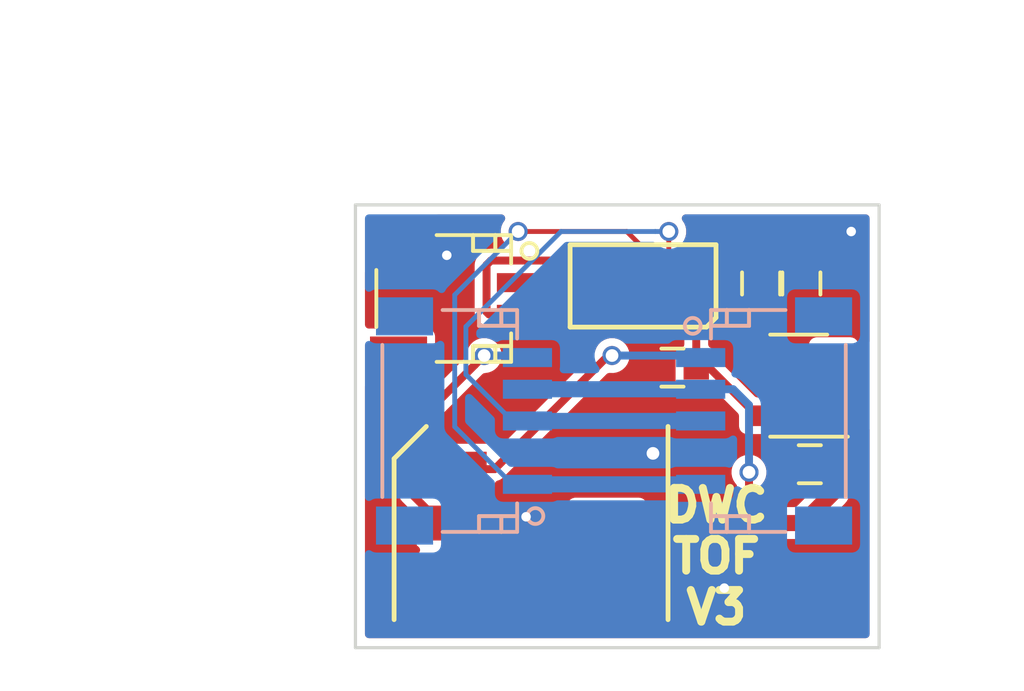
<source format=kicad_pcb>
(kicad_pcb (version 4) (host pcbnew 4.0.7)

  (general
    (links 0)
    (no_connects 4)
    (area 130.514288 93.1 162.145 114.491)
    (thickness 1.6)
    (drawings 7)
    (tracks 81)
    (zones 0)
    (modules 14)
    (nets 10)
  )

  (page A4)
  (layers
    (0 F.Cu signal)
    (31 B.Cu signal)
    (32 B.Adhes user)
    (33 F.Adhes user)
    (34 B.Paste user)
    (35 F.Paste user)
    (36 B.SilkS user)
    (37 F.SilkS user)
    (38 B.Mask user)
    (39 F.Mask user)
    (40 Dwgs.User user)
    (41 Cmts.User user)
    (42 Eco1.User user)
    (43 Eco2.User user)
    (44 Edge.Cuts user)
    (45 Margin user)
    (46 B.CrtYd user)
    (47 F.CrtYd user)
    (48 B.Fab user)
    (49 F.Fab user)
  )

  (setup
    (last_trace_width 0.508)
    (user_trace_width 0.1524)
    (user_trace_width 0.254)
    (user_trace_width 0.508)
    (user_trace_width 2.032)
    (trace_clearance 0.2)
    (zone_clearance 0.25)
    (zone_45_only no)
    (trace_min 0.1524)
    (segment_width 0.2)
    (edge_width 0.1)
    (via_size 0.6)
    (via_drill 0.4)
    (via_min_size 0.4)
    (via_min_drill 0.3)
    (uvia_size 0.3)
    (uvia_drill 0.1)
    (uvias_allowed no)
    (uvia_min_size 0)
    (uvia_min_drill 0)
    (pcb_text_width 0.3)
    (pcb_text_size 1.5 1.5)
    (mod_edge_width 0.15)
    (mod_text_size 1 1)
    (mod_text_width 0.15)
    (pad_size 0.6 0.6)
    (pad_drill 0.3)
    (pad_to_mask_clearance 0)
    (aux_axis_origin 0 0)
    (grid_origin 151.6 101.4)
    (visible_elements FFFFFF7F)
    (pcbplotparams
      (layerselection 0x010f0_80000001)
      (usegerberextensions true)
      (excludeedgelayer true)
      (linewidth 0.100000)
      (plotframeref false)
      (viasonmask false)
      (mode 1)
      (useauxorigin false)
      (hpglpennumber 1)
      (hpglpenspeed 20)
      (hpglpendiameter 15)
      (hpglpenoverlay 2)
      (psnegative false)
      (psa4output false)
      (plotreference true)
      (plotvalue false)
      (plotinvisibletext false)
      (padsonsilk false)
      (subtractmaskfromsilk false)
      (outputformat 1)
      (mirror false)
      (drillshape 0)
      (scaleselection 1)
      (outputdirectory gerber-TOF/))
  )

  (net 0 "")
  (net 1 GND)
  (net 2 "Net-(J1-Pad1)")
  (net 3 "Net-(J1-Pad2)")
  (net 4 +2V8)
  (net 5 "Net-(J2-Pad3)")
  (net 6 "Net-(J2-Pad1)")
  (net 7 +BATT)
  (net 8 /DI)
  (net 9 /DO)

  (net_class Default "This is the default net class."
    (clearance 0.2)
    (trace_width 0.25)
    (via_dia 0.6)
    (via_drill 0.4)
    (uvia_dia 0.3)
    (uvia_drill 0.1)
    (add_net +2V8)
    (add_net +BATT)
    (add_net /DI)
    (add_net /DO)
    (add_net GND)
    (add_net "Net-(J1-Pad1)")
    (add_net "Net-(J1-Pad2)")
    (add_net "Net-(J2-Pad1)")
    (add_net "Net-(J2-Pad3)")
  )

  (module footprints:via (layer F.Cu) (tedit 59EDACEE) (tstamp 59EDB12F)
    (at 156.6 99.9)
    (fp_text reference REF** (at 0 0.5) (layer F.SilkS) hide
      (effects (font (size 1 1) (thickness 0.15)))
    )
    (fp_text value via (at 0 -0.5) (layer F.Fab) hide
      (effects (font (size 1 1) (thickness 0.15)))
    )
    (pad 1 thru_hole circle (at 0 0) (size 0.6 0.6) (drill 0.3) (layers *.Cu *.Mask)
      (net 1 GND))
  )

  (module footprints:via (layer F.Cu) (tedit 59EDACEE) (tstamp 59EDB12A)
    (at 143.85 100.65)
    (fp_text reference REF** (at 0 0.5) (layer F.SilkS) hide
      (effects (font (size 1 1) (thickness 0.15)))
    )
    (fp_text value via (at 0 -0.5) (layer F.Fab) hide
      (effects (font (size 1 1) (thickness 0.15)))
    )
    (pad 1 thru_hole circle (at 0 0) (size 0.6 0.6) (drill 0.3) (layers *.Cu *.Mask)
      (net 1 GND))
  )

  (module footprints:via (layer F.Cu) (tedit 59EDACEE) (tstamp 59EDB125)
    (at 152.6 111.15)
    (fp_text reference REF** (at 0 0.5) (layer F.SilkS) hide
      (effects (font (size 1 1) (thickness 0.15)))
    )
    (fp_text value via (at 0 -0.5) (layer F.Fab) hide
      (effects (font (size 1 1) (thickness 0.15)))
    )
    (pad 1 thru_hole circle (at 0 0) (size 0.6 0.6) (drill 0.3) (layers *.Cu *.Mask)
      (net 1 GND))
  )

  (module penguiconbadge2:LED5050 (layer F.Cu) (tedit 59EDABF8) (tstamp 59EAE2E3)
    (at 146.507 109.098)
    (path /59E3E030)
    (fp_text reference U3 (at 0.254 4.318) (layer F.SilkS) hide
      (effects (font (size 1 1) (thickness 0.15)))
    )
    (fp_text value WS2812 (at 0.508 -3.81) (layer F.Fab)
      (effects (font (size 1 1) (thickness 0.15)))
    )
    (fp_line (start -3.302 -3.048) (end -4.318 -2.032) (layer F.SilkS) (width 0.15))
    (fp_line (start -4.318 -2.032) (end -4.318 3.048) (layer F.SilkS) (width 0.15))
    (fp_line (start 4.318 3.048) (end 4.318 -3.048) (layer F.SilkS) (width 0.15))
    (pad 5 smd rect (at 2.4 0) (size 2 1.1) (layers F.Cu F.Paste F.Mask)
      (net 7 +BATT))
    (pad 2 smd rect (at -2.4 0) (size 2 1.1) (layers F.Cu F.Paste F.Mask)
      (net 8 /DI))
    (pad 4 smd rect (at 2.4 1.7) (size 2 1.1) (layers F.Cu F.Paste F.Mask))
    (pad 6 smd rect (at 2.4 -1.7) (size 2 1.1) (layers F.Cu F.Paste F.Mask)
      (net 1 GND))
    (pad 3 smd rect (at -2.4 1.7) (size 2 1.1) (layers F.Cu F.Paste F.Mask)
      (net 7 +BATT))
    (pad 1 smd rect (at -2.4 -1.7) (size 2 1.1) (layers F.Cu F.Paste F.Mask)
      (net 9 /DO))
  )

  (module Capacitors_SMD:C_0603 (layer F.Cu) (tedit 59EDADAD) (tstamp 59A6293E)
    (at 155.029 101.539 270)
    (descr "Capacitor SMD 0603, reflow soldering, AVX (see smccp.pdf)")
    (tags "capacitor 0603")
    (path /599D69DA)
    (attr smd)
    (fp_text reference C1 (at 2.4 0 270) (layer F.SilkS) hide
      (effects (font (size 1 1) (thickness 0.15)))
    )
    (fp_text value 4.7uF (at 0 1.5 270) (layer F.Fab)
      (effects (font (size 1 1) (thickness 0.15)))
    )
    (fp_text user %R (at 0 -1.5 270) (layer F.Fab)
      (effects (font (size 1 1) (thickness 0.15)))
    )
    (fp_line (start -0.8 0.4) (end -0.8 -0.4) (layer F.Fab) (width 0.1))
    (fp_line (start 0.8 0.4) (end -0.8 0.4) (layer F.Fab) (width 0.1))
    (fp_line (start 0.8 -0.4) (end 0.8 0.4) (layer F.Fab) (width 0.1))
    (fp_line (start -0.8 -0.4) (end 0.8 -0.4) (layer F.Fab) (width 0.1))
    (fp_line (start -0.35 -0.6) (end 0.35 -0.6) (layer F.SilkS) (width 0.12))
    (fp_line (start 0.35 0.6) (end -0.35 0.6) (layer F.SilkS) (width 0.12))
    (fp_line (start -1.4 -0.65) (end 1.4 -0.65) (layer F.CrtYd) (width 0.05))
    (fp_line (start -1.4 -0.65) (end -1.4 0.65) (layer F.CrtYd) (width 0.05))
    (fp_line (start 1.4 0.65) (end 1.4 -0.65) (layer F.CrtYd) (width 0.05))
    (fp_line (start 1.4 0.65) (end -1.4 0.65) (layer F.CrtYd) (width 0.05))
    (pad 1 smd rect (at -0.75 0 270) (size 0.8 0.75) (layers F.Cu F.Paste F.Mask)
      (net 4 +2V8))
    (pad 2 smd rect (at 0.75 0 270) (size 0.8 0.75) (layers F.Cu F.Paste F.Mask)
      (net 1 GND))
    (model Capacitors_SMD.3dshapes/C_0603.wrl
      (at (xyz 0 0 0))
      (scale (xyz 1 1 1))
      (rotate (xyz 0 0 0))
    )
  )

  (module Capacitors_SMD:C_0603 (layer F.Cu) (tedit 59EDADAA) (tstamp 59A62944)
    (at 153.759 101.539 270)
    (descr "Capacitor SMD 0603, reflow soldering, AVX (see smccp.pdf)")
    (tags "capacitor 0603")
    (path /599D697C)
    (attr smd)
    (fp_text reference C2 (at 2.54 0 270) (layer F.SilkS) hide
      (effects (font (size 1 1) (thickness 0.15)))
    )
    (fp_text value 100nF (at 0 1.5 270) (layer F.Fab)
      (effects (font (size 1 1) (thickness 0.15)))
    )
    (fp_text user %R (at 0 -1.5 270) (layer F.Fab)
      (effects (font (size 1 1) (thickness 0.15)))
    )
    (fp_line (start -0.8 0.4) (end -0.8 -0.4) (layer F.Fab) (width 0.1))
    (fp_line (start 0.8 0.4) (end -0.8 0.4) (layer F.Fab) (width 0.1))
    (fp_line (start 0.8 -0.4) (end 0.8 0.4) (layer F.Fab) (width 0.1))
    (fp_line (start -0.8 -0.4) (end 0.8 -0.4) (layer F.Fab) (width 0.1))
    (fp_line (start -0.35 -0.6) (end 0.35 -0.6) (layer F.SilkS) (width 0.12))
    (fp_line (start 0.35 0.6) (end -0.35 0.6) (layer F.SilkS) (width 0.12))
    (fp_line (start -1.4 -0.65) (end 1.4 -0.65) (layer F.CrtYd) (width 0.05))
    (fp_line (start -1.4 -0.65) (end -1.4 0.65) (layer F.CrtYd) (width 0.05))
    (fp_line (start 1.4 0.65) (end 1.4 -0.65) (layer F.CrtYd) (width 0.05))
    (fp_line (start 1.4 0.65) (end -1.4 0.65) (layer F.CrtYd) (width 0.05))
    (pad 1 smd rect (at -0.75 0 270) (size 0.8 0.75) (layers F.Cu F.Paste F.Mask)
      (net 4 +2V8))
    (pad 2 smd rect (at 0.75 0 270) (size 0.8 0.75) (layers F.Cu F.Paste F.Mask)
      (net 1 GND))
    (model Capacitors_SMD.3dshapes/C_0603.wrl
      (at (xyz 0 0 0))
      (scale (xyz 1 1 1))
      (rotate (xyz 0 0 0))
    )
  )

  (module _sensors:VL53L0X (layer F.Cu) (tedit 57CEB927) (tstamp 59A62999)
    (at 150.038 101.616)
    (descr VL53L0X)
    (tags "TOF distance sensor")
    (path /599D5E69)
    (fp_text reference U1 (at 0 0) (layer F.SilkS) hide
      (effects (font (size 0.5 0.5) (thickness 0.125)))
    )
    (fp_text value VL53L0X (at 0 0) (layer F.Fab) hide
      (effects (font (size 0.5 0.5) (thickness 0.125)))
    )
    (fp_line (start 2.3 1) (end 2 1.3) (layer F.SilkS) (width 0.15))
    (fp_line (start 2 1.3) (end -2.3 1.3) (layer F.SilkS) (width 0.15))
    (fp_line (start 2.3 -1.3) (end 2.3 1) (layer F.SilkS) (width 0.15))
    (fp_line (start -2.3 -1.3) (end -2.3 1.3) (layer F.SilkS) (width 0.15))
    (fp_line (start 2.3 -1.3) (end -2.3 -1.3) (layer F.SilkS) (width 0.15))
    (pad 1 smd rect (at 1.6 0.8) (size 0.5 0.5) (layers F.Cu F.Paste F.Mask)
      (net 4 +2V8))
    (pad 2 smd rect (at 0.8 0.8) (size 0.5 0.5) (layers F.Cu F.Paste F.Mask)
      (net 1 GND))
    (pad 3 smd rect (at 0 0.8) (size 0.5 0.5) (layers F.Cu F.Paste F.Mask)
      (net 1 GND))
    (pad 5 smd rect (at -1.6 0.8) (size 0.5 0.5) (layers F.Cu F.Paste F.Mask)
      (net 2 "Net-(J1-Pad1)"))
    (pad 4 smd rect (at -0.8 0.8) (size 0.5 0.5) (layers F.Cu F.Paste F.Mask)
      (net 1 GND))
    (pad 6 smd rect (at -1.6 0) (size 0.5 0.5) (layers F.Cu F.Paste F.Mask)
      (net 1 GND))
    (pad 11 smd rect (at 1.6 -0.8) (size 0.5 0.5) (layers F.Cu F.Paste F.Mask)
      (net 4 +2V8))
    (pad 10 smd rect (at 0.8 -0.8) (size 0.5 0.5) (layers F.Cu F.Paste F.Mask)
      (net 5 "Net-(J2-Pad3)"))
    (pad 9 smd rect (at 0 -0.8) (size 0.5 0.5) (layers F.Cu F.Paste F.Mask)
      (net 6 "Net-(J2-Pad1)"))
    (pad 8 smd rect (at -0.8 -0.8) (size 0.5 0.5) (layers F.Cu F.Paste F.Mask))
    (pad 7 smd rect (at -1.6 -0.8) (size 0.5 0.5) (layers F.Cu F.Paste F.Mask)
      (net 3 "Net-(J1-Pad2)"))
    (pad 12 smd rect (at 1.6 0) (size 0.5 0.5) (layers F.Cu F.Paste F.Mask)
      (net 1 GND))
    (model ${KIPRJMOD}/kicad-lib/3Dmodels/Sensors/ST-VL53L0X.wrl
      (at (xyz 0 0 0))
      (scale (xyz 0.393701 0.393701 0.393701))
      (rotate (xyz 0 0 0))
    )
  )

  (module Capacitors_SMD:C_0603 (layer F.Cu) (tedit 59EDADA3) (tstamp 59EAE452)
    (at 155.295 107.242 180)
    (descr "Capacitor SMD 0603, reflow soldering, AVX (see smccp.pdf)")
    (tags "capacitor 0603")
    (path /59A27ACB)
    (attr smd)
    (fp_text reference C3 (at 0 -1.5 180) (layer F.SilkS) hide
      (effects (font (size 1 1) (thickness 0.15)))
    )
    (fp_text value 10uF (at 0 1.5 180) (layer F.Fab)
      (effects (font (size 1 1) (thickness 0.15)))
    )
    (fp_text user %R (at 0 -1.5 180) (layer F.Fab)
      (effects (font (size 1 1) (thickness 0.15)))
    )
    (fp_line (start -0.8 0.4) (end -0.8 -0.4) (layer F.Fab) (width 0.1))
    (fp_line (start 0.8 0.4) (end -0.8 0.4) (layer F.Fab) (width 0.1))
    (fp_line (start 0.8 -0.4) (end 0.8 0.4) (layer F.Fab) (width 0.1))
    (fp_line (start -0.8 -0.4) (end 0.8 -0.4) (layer F.Fab) (width 0.1))
    (fp_line (start -0.35 -0.6) (end 0.35 -0.6) (layer F.SilkS) (width 0.12))
    (fp_line (start 0.35 0.6) (end -0.35 0.6) (layer F.SilkS) (width 0.12))
    (fp_line (start -1.4 -0.65) (end 1.4 -0.65) (layer F.CrtYd) (width 0.05))
    (fp_line (start -1.4 -0.65) (end -1.4 0.65) (layer F.CrtYd) (width 0.05))
    (fp_line (start 1.4 0.65) (end 1.4 -0.65) (layer F.CrtYd) (width 0.05))
    (fp_line (start 1.4 0.65) (end -1.4 0.65) (layer F.CrtYd) (width 0.05))
    (pad 1 smd rect (at -0.75 0 180) (size 0.8 0.75) (layers F.Cu F.Paste F.Mask)
      (net 7 +BATT))
    (pad 2 smd rect (at 0.75 0 180) (size 0.8 0.75) (layers F.Cu F.Paste F.Mask)
      (net 1 GND))
    (model Capacitors_SMD.3dshapes/C_0603.wrl
      (at (xyz 0 0 0))
      (scale (xyz 1 1 1))
      (rotate (xyz 0 0 0))
    )
  )

  (module Capacitors_SMD:C_0603 (layer F.Cu) (tedit 59EDADB1) (tstamp 59EAE463)
    (at 150.965 104.194 180)
    (descr "Capacitor SMD 0603, reflow soldering, AVX (see smccp.pdf)")
    (tags "capacitor 0603")
    (path /59A27B37)
    (attr smd)
    (fp_text reference C4 (at 0 -1.5 180) (layer F.SilkS) hide
      (effects (font (size 1 1) (thickness 0.15)))
    )
    (fp_text value 10uF (at 0 1.5 180) (layer F.Fab)
      (effects (font (size 1 1) (thickness 0.15)))
    )
    (fp_text user %R (at 0 -1.5 180) (layer F.Fab)
      (effects (font (size 1 1) (thickness 0.15)))
    )
    (fp_line (start -0.8 0.4) (end -0.8 -0.4) (layer F.Fab) (width 0.1))
    (fp_line (start 0.8 0.4) (end -0.8 0.4) (layer F.Fab) (width 0.1))
    (fp_line (start 0.8 -0.4) (end 0.8 0.4) (layer F.Fab) (width 0.1))
    (fp_line (start -0.8 -0.4) (end 0.8 -0.4) (layer F.Fab) (width 0.1))
    (fp_line (start -0.35 -0.6) (end 0.35 -0.6) (layer F.SilkS) (width 0.12))
    (fp_line (start 0.35 0.6) (end -0.35 0.6) (layer F.SilkS) (width 0.12))
    (fp_line (start -1.4 -0.65) (end 1.4 -0.65) (layer F.CrtYd) (width 0.05))
    (fp_line (start -1.4 -0.65) (end -1.4 0.65) (layer F.CrtYd) (width 0.05))
    (fp_line (start 1.4 0.65) (end 1.4 -0.65) (layer F.CrtYd) (width 0.05))
    (fp_line (start 1.4 0.65) (end -1.4 0.65) (layer F.CrtYd) (width 0.05))
    (pad 1 smd rect (at -0.75 0 180) (size 0.8 0.75) (layers F.Cu F.Paste F.Mask)
      (net 4 +2V8))
    (pad 2 smd rect (at 0.75 0 180) (size 0.8 0.75) (layers F.Cu F.Paste F.Mask)
      (net 1 GND))
    (model Capacitors_SMD.3dshapes/C_0603.wrl
      (at (xyz 0 0 0))
      (scale (xyz 1 1 1))
      (rotate (xyz 0 0 0))
    )
  )

  (module Connectors_JST:JST_SH_SM02B-SRSS-TB_02x1.00mm_Angled (layer F.Cu) (tedit 59EDADB8) (tstamp 59EAE48D)
    (at 144.2665 102.013 270)
    (descr http://www.jst-mfg.com/product/pdf/eng/eSH.pdf)
    (tags "connector jst sh")
    (path /59EAEB39)
    (attr smd)
    (fp_text reference J1 (at -0.5 -4 270) (layer F.SilkS) hide
      (effects (font (size 1 1) (thickness 0.15)))
    )
    (fp_text value Conn_01x02 (at 0 4.5 270) (layer F.Fab)
      (effects (font (size 1 1) (thickness 0.15)))
    )
    (fp_circle (center -1.5 -2.1875) (end -1.25 -2.1875) (layer F.SilkS) (width 0.12))
    (fp_line (start -0.9 2.6375) (end 0.9 2.6375) (layer F.SilkS) (width 0.12))
    (fp_line (start -2 0.7375) (end -2 -1.6125) (layer F.SilkS) (width 0.12))
    (fp_line (start -2 -1.6125) (end -1.1 -1.6125) (layer F.SilkS) (width 0.12))
    (fp_line (start -1.5 -1.6125) (end -1.5 -0.4125) (layer F.SilkS) (width 0.12))
    (fp_line (start -1.5 -0.4125) (end -1.5 -0.4125) (layer F.SilkS) (width 0.12))
    (fp_line (start -1.5 -0.4125) (end -1.5 -1.6125) (layer F.SilkS) (width 0.12))
    (fp_line (start -1.5 -1.6125) (end -1.5 -1.6125) (layer F.SilkS) (width 0.12))
    (fp_line (start -1.5 -1.1125) (end -1.5 -1.1125) (layer F.SilkS) (width 0.12))
    (fp_line (start -1.5 -1.1125) (end -2 -1.1125) (layer F.SilkS) (width 0.12))
    (fp_line (start -2 -1.1125) (end -2 -1.1125) (layer F.SilkS) (width 0.12))
    (fp_line (start -2 -1.1125) (end -1.5 -1.1125) (layer F.SilkS) (width 0.12))
    (fp_line (start -1.5 -0.4125) (end -1.5 -0.4125) (layer F.SilkS) (width 0.12))
    (fp_line (start -1.5 -0.4125) (end -2 -0.4125) (layer F.SilkS) (width 0.12))
    (fp_line (start -2 -0.4125) (end -2 -0.4125) (layer F.SilkS) (width 0.12))
    (fp_line (start -2 -0.4125) (end -1.5 -0.4125) (layer F.SilkS) (width 0.12))
    (fp_line (start 2 0.7375) (end 2 -1.6125) (layer F.SilkS) (width 0.12))
    (fp_line (start 2 -1.6125) (end 1.1 -1.6125) (layer F.SilkS) (width 0.12))
    (fp_line (start 1.5 -1.6125) (end 1.5 -0.4125) (layer F.SilkS) (width 0.12))
    (fp_line (start 1.5 -0.4125) (end 1.5 -0.4125) (layer F.SilkS) (width 0.12))
    (fp_line (start 1.5 -0.4125) (end 1.5 -1.6125) (layer F.SilkS) (width 0.12))
    (fp_line (start 1.5 -1.6125) (end 1.5 -1.6125) (layer F.SilkS) (width 0.12))
    (fp_line (start 1.5 -1.1125) (end 1.5 -1.1125) (layer F.SilkS) (width 0.12))
    (fp_line (start 1.5 -1.1125) (end 2 -1.1125) (layer F.SilkS) (width 0.12))
    (fp_line (start 2 -1.1125) (end 2 -1.1125) (layer F.SilkS) (width 0.12))
    (fp_line (start 2 -1.1125) (end 1.5 -1.1125) (layer F.SilkS) (width 0.12))
    (fp_line (start 1.5 -0.4125) (end 1.5 -0.4125) (layer F.SilkS) (width 0.12))
    (fp_line (start 1.5 -0.4125) (end 2 -0.4125) (layer F.SilkS) (width 0.12))
    (fp_line (start 2 -0.4125) (end 2 -0.4125) (layer F.SilkS) (width 0.12))
    (fp_line (start 2 -0.4125) (end 1.5 -0.4125) (layer F.SilkS) (width 0.12))
    (fp_line (start -2.9 3.35) (end -2.9 -3.25) (layer F.CrtYd) (width 0.05))
    (fp_line (start -2.9 -3.25) (end 2.9 -3.25) (layer F.CrtYd) (width 0.05))
    (fp_line (start 2.9 -3.25) (end 2.9 3.35) (layer F.CrtYd) (width 0.05))
    (fp_line (start 2.9 3.35) (end -2.9 3.35) (layer F.CrtYd) (width 0.05))
    (pad 1 smd rect (at -0.5 -1.9375 270) (size 0.6 1.55) (layers F.Cu F.Paste F.Mask)
      (net 2 "Net-(J1-Pad1)"))
    (pad 2 smd rect (at 0.5 -1.9375 270) (size 0.6 1.55) (layers F.Cu F.Paste F.Mask)
      (net 3 "Net-(J1-Pad2)"))
    (pad "" smd rect (at -1.8 1.9375 270) (size 1.2 1.8) (layers F.Cu F.Paste F.Mask))
    (pad "" smd rect (at 1.8 1.9375 270) (size 1.2 1.8) (layers F.Cu F.Paste F.Mask))
  )

  (module Connectors_JST:JST_SH_SM05B-SRSS-TB_05x1.00mm_Angled (layer B.Cu) (tedit 59EDADD8) (tstamp 59EAE4BA)
    (at 144.4555 105.877 90)
    (descr http://www.jst-mfg.com/product/pdf/eng/eSH.pdf)
    (tags "connector jst sh")
    (path /59EB1210)
    (attr smd)
    (fp_text reference J2 (at -2 4 90) (layer B.SilkS) hide
      (effects (font (size 1 1) (thickness 0.15)) (justify mirror))
    )
    (fp_text value Conn_01x05 (at 0 -4.5 90) (layer B.Fab)
      (effects (font (size 1 1) (thickness 0.15)) (justify mirror))
    )
    (fp_circle (center -3 2.1875) (end -2.75 2.1875) (layer B.SilkS) (width 0.12))
    (fp_line (start -2.4 -2.6375) (end 2.4 -2.6375) (layer B.SilkS) (width 0.12))
    (fp_line (start -3.5 -0.7375) (end -3.5 1.6125) (layer B.SilkS) (width 0.12))
    (fp_line (start -3.5 1.6125) (end -2.6 1.6125) (layer B.SilkS) (width 0.12))
    (fp_line (start -3 1.6125) (end -3 0.4125) (layer B.SilkS) (width 0.12))
    (fp_line (start -3 0.4125) (end -3 0.4125) (layer B.SilkS) (width 0.12))
    (fp_line (start -3 0.4125) (end -3 1.6125) (layer B.SilkS) (width 0.12))
    (fp_line (start -3 1.6125) (end -3 1.6125) (layer B.SilkS) (width 0.12))
    (fp_line (start -3 1.1125) (end -3 1.1125) (layer B.SilkS) (width 0.12))
    (fp_line (start -3 1.1125) (end -3.5 1.1125) (layer B.SilkS) (width 0.12))
    (fp_line (start -3.5 1.1125) (end -3.5 1.1125) (layer B.SilkS) (width 0.12))
    (fp_line (start -3.5 1.1125) (end -3 1.1125) (layer B.SilkS) (width 0.12))
    (fp_line (start -3 0.4125) (end -3 0.4125) (layer B.SilkS) (width 0.12))
    (fp_line (start -3 0.4125) (end -3.5 0.4125) (layer B.SilkS) (width 0.12))
    (fp_line (start -3.5 0.4125) (end -3.5 0.4125) (layer B.SilkS) (width 0.12))
    (fp_line (start -3.5 0.4125) (end -3 0.4125) (layer B.SilkS) (width 0.12))
    (fp_line (start 3.5 -0.7375) (end 3.5 1.6125) (layer B.SilkS) (width 0.12))
    (fp_line (start 3.5 1.6125) (end 2.6 1.6125) (layer B.SilkS) (width 0.12))
    (fp_line (start 3 1.6125) (end 3 0.4125) (layer B.SilkS) (width 0.12))
    (fp_line (start 3 0.4125) (end 3 0.4125) (layer B.SilkS) (width 0.12))
    (fp_line (start 3 0.4125) (end 3 1.6125) (layer B.SilkS) (width 0.12))
    (fp_line (start 3 1.6125) (end 3 1.6125) (layer B.SilkS) (width 0.12))
    (fp_line (start 3 1.1125) (end 3 1.1125) (layer B.SilkS) (width 0.12))
    (fp_line (start 3 1.1125) (end 3.5 1.1125) (layer B.SilkS) (width 0.12))
    (fp_line (start 3.5 1.1125) (end 3.5 1.1125) (layer B.SilkS) (width 0.12))
    (fp_line (start 3.5 1.1125) (end 3 1.1125) (layer B.SilkS) (width 0.12))
    (fp_line (start 3 0.4125) (end 3 0.4125) (layer B.SilkS) (width 0.12))
    (fp_line (start 3 0.4125) (end 3.5 0.4125) (layer B.SilkS) (width 0.12))
    (fp_line (start 3.5 0.4125) (end 3.5 0.4125) (layer B.SilkS) (width 0.12))
    (fp_line (start 3.5 0.4125) (end 3 0.4125) (layer B.SilkS) (width 0.12))
    (fp_line (start -4.4 -3.35) (end -4.4 3.25) (layer B.CrtYd) (width 0.05))
    (fp_line (start -4.4 3.25) (end 4.4 3.25) (layer B.CrtYd) (width 0.05))
    (fp_line (start 4.4 3.25) (end 4.4 -3.35) (layer B.CrtYd) (width 0.05))
    (fp_line (start 4.4 -3.35) (end -4.4 -3.35) (layer B.CrtYd) (width 0.05))
    (pad 1 smd rect (at -2 1.9375 90) (size 0.6 1.55) (layers B.Cu B.Paste B.Mask)
      (net 6 "Net-(J2-Pad1)"))
    (pad 2 smd rect (at -1 1.9375 90) (size 0.6 1.55) (layers B.Cu B.Paste B.Mask)
      (net 1 GND))
    (pad 3 smd rect (at 0 1.9375 90) (size 0.6 1.55) (layers B.Cu B.Paste B.Mask)
      (net 5 "Net-(J2-Pad3)"))
    (pad 4 smd rect (at 1 1.9375 90) (size 0.6 1.55) (layers B.Cu B.Paste B.Mask)
      (net 7 +BATT))
    (pad 5 smd rect (at 2 1.9375 90) (size 0.6 1.55) (layers B.Cu B.Paste B.Mask)
      (net 8 /DI))
    (pad "" smd rect (at -3.3 -1.9375 90) (size 1.2 1.8) (layers B.Cu B.Paste B.Mask))
    (pad "" smd rect (at 3.3 -1.9375 90) (size 1.2 1.8) (layers B.Cu B.Paste B.Mask))
  )

  (module Connectors_JST:JST_SH_SM05B-SRSS-TB_05x1.00mm_Angled (layer B.Cu) (tedit 59EDADD4) (tstamp 59EAE4E7)
    (at 153.7915 105.877 270)
    (descr http://www.jst-mfg.com/product/pdf/eng/eSH.pdf)
    (tags "connector jst sh")
    (path /59EB41F8)
    (attr smd)
    (fp_text reference J3 (at -2 4 270) (layer B.SilkS) hide
      (effects (font (size 1 1) (thickness 0.15)) (justify mirror))
    )
    (fp_text value Conn_01x05 (at 0 -4.5 270) (layer B.Fab)
      (effects (font (size 1 1) (thickness 0.15)) (justify mirror))
    )
    (fp_circle (center -3 2.1875) (end -2.75 2.1875) (layer B.SilkS) (width 0.12))
    (fp_line (start -2.4 -2.6375) (end 2.4 -2.6375) (layer B.SilkS) (width 0.12))
    (fp_line (start -3.5 -0.7375) (end -3.5 1.6125) (layer B.SilkS) (width 0.12))
    (fp_line (start -3.5 1.6125) (end -2.6 1.6125) (layer B.SilkS) (width 0.12))
    (fp_line (start -3 1.6125) (end -3 0.4125) (layer B.SilkS) (width 0.12))
    (fp_line (start -3 0.4125) (end -3 0.4125) (layer B.SilkS) (width 0.12))
    (fp_line (start -3 0.4125) (end -3 1.6125) (layer B.SilkS) (width 0.12))
    (fp_line (start -3 1.6125) (end -3 1.6125) (layer B.SilkS) (width 0.12))
    (fp_line (start -3 1.1125) (end -3 1.1125) (layer B.SilkS) (width 0.12))
    (fp_line (start -3 1.1125) (end -3.5 1.1125) (layer B.SilkS) (width 0.12))
    (fp_line (start -3.5 1.1125) (end -3.5 1.1125) (layer B.SilkS) (width 0.12))
    (fp_line (start -3.5 1.1125) (end -3 1.1125) (layer B.SilkS) (width 0.12))
    (fp_line (start -3 0.4125) (end -3 0.4125) (layer B.SilkS) (width 0.12))
    (fp_line (start -3 0.4125) (end -3.5 0.4125) (layer B.SilkS) (width 0.12))
    (fp_line (start -3.5 0.4125) (end -3.5 0.4125) (layer B.SilkS) (width 0.12))
    (fp_line (start -3.5 0.4125) (end -3 0.4125) (layer B.SilkS) (width 0.12))
    (fp_line (start 3.5 -0.7375) (end 3.5 1.6125) (layer B.SilkS) (width 0.12))
    (fp_line (start 3.5 1.6125) (end 2.6 1.6125) (layer B.SilkS) (width 0.12))
    (fp_line (start 3 1.6125) (end 3 0.4125) (layer B.SilkS) (width 0.12))
    (fp_line (start 3 0.4125) (end 3 0.4125) (layer B.SilkS) (width 0.12))
    (fp_line (start 3 0.4125) (end 3 1.6125) (layer B.SilkS) (width 0.12))
    (fp_line (start 3 1.6125) (end 3 1.6125) (layer B.SilkS) (width 0.12))
    (fp_line (start 3 1.1125) (end 3 1.1125) (layer B.SilkS) (width 0.12))
    (fp_line (start 3 1.1125) (end 3.5 1.1125) (layer B.SilkS) (width 0.12))
    (fp_line (start 3.5 1.1125) (end 3.5 1.1125) (layer B.SilkS) (width 0.12))
    (fp_line (start 3.5 1.1125) (end 3 1.1125) (layer B.SilkS) (width 0.12))
    (fp_line (start 3 0.4125) (end 3 0.4125) (layer B.SilkS) (width 0.12))
    (fp_line (start 3 0.4125) (end 3.5 0.4125) (layer B.SilkS) (width 0.12))
    (fp_line (start 3.5 0.4125) (end 3.5 0.4125) (layer B.SilkS) (width 0.12))
    (fp_line (start 3.5 0.4125) (end 3 0.4125) (layer B.SilkS) (width 0.12))
    (fp_line (start -4.4 -3.35) (end -4.4 3.25) (layer B.CrtYd) (width 0.05))
    (fp_line (start -4.4 3.25) (end 4.4 3.25) (layer B.CrtYd) (width 0.05))
    (fp_line (start 4.4 3.25) (end 4.4 -3.35) (layer B.CrtYd) (width 0.05))
    (fp_line (start 4.4 -3.35) (end -4.4 -3.35) (layer B.CrtYd) (width 0.05))
    (pad 1 smd rect (at -2 1.9375 270) (size 0.6 1.55) (layers B.Cu B.Paste B.Mask)
      (net 9 /DO))
    (pad 2 smd rect (at -1 1.9375 270) (size 0.6 1.55) (layers B.Cu B.Paste B.Mask)
      (net 7 +BATT))
    (pad 3 smd rect (at 0 1.9375 270) (size 0.6 1.55) (layers B.Cu B.Paste B.Mask)
      (net 5 "Net-(J2-Pad3)"))
    (pad 4 smd rect (at 1 1.9375 270) (size 0.6 1.55) (layers B.Cu B.Paste B.Mask)
      (net 1 GND))
    (pad 5 smd rect (at 2 1.9375 270) (size 0.6 1.55) (layers B.Cu B.Paste B.Mask)
      (net 6 "Net-(J2-Pad1)"))
    (pad "" smd rect (at -3.3 -1.9375 270) (size 1.2 1.8) (layers B.Cu B.Paste B.Mask))
    (pad "" smd rect (at 3.3 -1.9375 270) (size 1.2 1.8) (layers B.Cu B.Paste B.Mask))
  )

  (module TO_SOT_Packages_SMD:SOT-23-5 (layer F.Cu) (tedit 59EDADA6) (tstamp 59EAE4FC)
    (at 154.945 104.763 180)
    (descr "5-pin SOT23 package")
    (tags SOT-23-5)
    (path /59A26041)
    (attr smd)
    (fp_text reference U2 (at 0 -6.637 180) (layer F.SilkS) hide
      (effects (font (size 1 1) (thickness 0.15)))
    )
    (fp_text value AP2125K-2.8TRG1 (at 0 2.9 180) (layer F.Fab)
      (effects (font (size 1 1) (thickness 0.15)))
    )
    (fp_text user %R (at 0 0 270) (layer F.Fab)
      (effects (font (size 0.5 0.5) (thickness 0.075)))
    )
    (fp_line (start -0.9 1.61) (end 0.9 1.61) (layer F.SilkS) (width 0.12))
    (fp_line (start 0.9 -1.61) (end -1.55 -1.61) (layer F.SilkS) (width 0.12))
    (fp_line (start -1.9 -1.8) (end 1.9 -1.8) (layer F.CrtYd) (width 0.05))
    (fp_line (start 1.9 -1.8) (end 1.9 1.8) (layer F.CrtYd) (width 0.05))
    (fp_line (start 1.9 1.8) (end -1.9 1.8) (layer F.CrtYd) (width 0.05))
    (fp_line (start -1.9 1.8) (end -1.9 -1.8) (layer F.CrtYd) (width 0.05))
    (fp_line (start -0.9 -0.9) (end -0.25 -1.55) (layer F.Fab) (width 0.1))
    (fp_line (start 0.9 -1.55) (end -0.25 -1.55) (layer F.Fab) (width 0.1))
    (fp_line (start -0.9 -0.9) (end -0.9 1.55) (layer F.Fab) (width 0.1))
    (fp_line (start 0.9 1.55) (end -0.9 1.55) (layer F.Fab) (width 0.1))
    (fp_line (start 0.9 -1.55) (end 0.9 1.55) (layer F.Fab) (width 0.1))
    (pad 1 smd rect (at -1.1 -0.95 180) (size 1.06 0.65) (layers F.Cu F.Paste F.Mask)
      (net 7 +BATT))
    (pad 2 smd rect (at -1.1 0 180) (size 1.06 0.65) (layers F.Cu F.Paste F.Mask)
      (net 1 GND))
    (pad 3 smd rect (at -1.1 0.95 180) (size 1.06 0.65) (layers F.Cu F.Paste F.Mask)
      (net 7 +BATT))
    (pad 4 smd rect (at 1.1 0.95 180) (size 1.06 0.65) (layers F.Cu F.Paste F.Mask))
    (pad 5 smd rect (at 1.1 -0.95 180) (size 1.06 0.65) (layers F.Cu F.Paste F.Mask)
      (net 4 +2V8))
    (model ${KISYS3DMOD}/TO_SOT_Packages_SMD.3dshapes/SOT-23-5.wrl
      (at (xyz 0 0 0))
      (scale (xyz 1 1 1))
      (rotate (xyz 0 0 0))
    )
  )

  (module footprints:via (layer F.Cu) (tedit 59EDACEE) (tstamp 59EDB11E)
    (at 146.35 108.9)
    (fp_text reference REF** (at 0 0.5) (layer F.SilkS) hide
      (effects (font (size 1 1) (thickness 0.15)))
    )
    (fp_text value via (at 0 -0.5) (layer F.Fab) hide
      (effects (font (size 1 1) (thickness 0.15)))
    )
    (pad 1 thru_hole circle (at 0 0) (size 0.6 0.6) (drill 0.3) (layers *.Cu *.Mask)
      (net 1 GND))
  )

  (gr_text "DWC\nTOF\nV3" (at 152.35 110.15) (layer F.SilkS)
    (effects (font (size 1 1) (thickness 0.25)))
  )
  (dimension 14 (width 0.3) (layer Dwgs.User)
    (gr_text "0.5512 in" (at 136.050001 106 270) (layer Dwgs.User)
      (effects (font (size 1.5 1.5) (thickness 0.3)))
    )
    (feature1 (pts (xy 140.8 113) (xy 134.700001 113)))
    (feature2 (pts (xy 140.8 99) (xy 134.700001 99)))
    (crossbar (pts (xy 137.400001 99) (xy 137.400001 113)))
    (arrow1a (pts (xy 137.400001 113) (xy 136.81358 111.873496)))
    (arrow1b (pts (xy 137.400001 113) (xy 137.986422 111.873496)))
    (arrow2a (pts (xy 137.400001 99) (xy 136.81358 100.126504)))
    (arrow2b (pts (xy 137.400001 99) (xy 137.986422 100.126504)))
  )
  (dimension 16.4 (width 0.3) (layer Dwgs.User)
    (gr_text "0.6457 in" (at 149.2 94.45) (layer Dwgs.User)
      (effects (font (size 1.5 1.5) (thickness 0.3)))
    )
    (feature1 (pts (xy 157.4 98.4) (xy 157.4 93.1)))
    (feature2 (pts (xy 141 98.4) (xy 141 93.1)))
    (crossbar (pts (xy 141 95.8) (xy 157.4 95.8)))
    (arrow1a (pts (xy 157.4 95.8) (xy 156.273496 96.386421)))
    (arrow1b (pts (xy 157.4 95.8) (xy 156.273496 95.213579)))
    (arrow2a (pts (xy 141 95.8) (xy 142.126504 96.386421)))
    (arrow2b (pts (xy 141 95.8) (xy 142.126504 95.213579)))
  )
  (gr_line (start 140.97 113.03) (end 140.97 99.06) (layer Edge.Cuts) (width 0.1))
  (gr_line (start 157.48 113.03) (end 140.97 113.03) (layer Edge.Cuts) (width 0.1))
  (gr_line (start 157.48 99.06) (end 157.48 113.03) (layer Edge.Cuts) (width 0.1))
  (gr_line (start 140.97 99.06) (end 157.48 99.06) (layer Edge.Cuts) (width 0.1))

  (segment (start 148.907 107.398) (end 149.852 107.398) (width 0.508) (layer F.Cu) (net 1))
  (segment (start 149.852 107.398) (end 150.35 106.9) (width 0.508) (layer F.Cu) (net 1))
  (via (at 150.35 106.9) (size 0.6) (drill 0.4) (layers F.Cu B.Cu) (net 1))
  (segment (start 147.663 101.947) (end 147.663 102.141) (width 0.25) (layer F.Cu) (net 2))
  (segment (start 147.663 102.141) (end 147.938 102.416) (width 0.25) (layer F.Cu) (net 2))
  (segment (start 147.938 102.416) (end 148.438 102.416) (width 0.25) (layer F.Cu) (net 2))
  (segment (start 146.204 101.513) (end 147.229 101.513) (width 0.25) (layer F.Cu) (net 2))
  (segment (start 147.229 101.513) (end 147.663 101.947) (width 0.25) (layer F.Cu) (net 2))
  (segment (start 146.204 102.513) (end 145.179 102.513) (width 0.25) (layer F.Cu) (net 3))
  (segment (start 145.179 102.513) (end 145.103999 102.437999) (width 0.25) (layer F.Cu) (net 3))
  (segment (start 145.103999 102.437999) (end 145.103999 100.952999) (width 0.25) (layer F.Cu) (net 3))
  (segment (start 145.103999 100.952999) (end 145.240998 100.816) (width 0.25) (layer F.Cu) (net 3))
  (segment (start 145.240998 100.816) (end 147.938 100.816) (width 0.25) (layer F.Cu) (net 3))
  (segment (start 147.938 100.816) (end 148.438 100.816) (width 0.25) (layer F.Cu) (net 3))
  (segment (start 153.845 105.713) (end 153.64 105.713) (width 0.25) (layer F.Cu) (net 4))
  (segment (start 153.64 105.713) (end 152.121 104.194) (width 0.25) (layer F.Cu) (net 4))
  (segment (start 152.121 104.194) (end 151.715 104.194) (width 0.25) (layer F.Cu) (net 4))
  (segment (start 153.759 100.789) (end 155.029 100.789) (width 0.25) (layer F.Cu) (net 4))
  (segment (start 151.638 100.816) (end 153.732 100.816) (width 0.25) (layer F.Cu) (net 4))
  (segment (start 153.732 100.816) (end 153.759 100.789) (width 0.25) (layer F.Cu) (net 4))
  (segment (start 151.638 102.416) (end 152.138 102.416) (width 0.25) (layer F.Cu) (net 4))
  (segment (start 152.138 100.816) (end 151.638 100.816) (width 0.25) (layer F.Cu) (net 4))
  (segment (start 152.138 102.416) (end 152.213001 102.340999) (width 0.25) (layer F.Cu) (net 4))
  (segment (start 152.213001 102.340999) (end 152.213001 100.891001) (width 0.25) (layer F.Cu) (net 4))
  (segment (start 152.213001 100.891001) (end 152.138 100.816) (width 0.25) (layer F.Cu) (net 4))
  (segment (start 151.715 104.194) (end 151.715 102.493) (width 0.25) (layer F.Cu) (net 4))
  (segment (start 151.715 102.493) (end 151.638 102.416) (width 0.25) (layer F.Cu) (net 4))
  (segment (start 150.425736 99.9) (end 150.85 99.9) (width 0.1524) (layer B.Cu) (net 5))
  (segment (start 144.452411 102.9) (end 147.452411 99.9) (width 0.1524) (layer B.Cu) (net 5))
  (segment (start 145.918 105.877) (end 144.452411 104.411411) (width 0.1524) (layer B.Cu) (net 5))
  (segment (start 147.452411 99.9) (end 150.425736 99.9) (width 0.1524) (layer B.Cu) (net 5))
  (segment (start 144.452411 104.411411) (end 144.452411 102.9) (width 0.1524) (layer B.Cu) (net 5))
  (segment (start 146.393 105.877) (end 145.918 105.877) (width 0.1524) (layer B.Cu) (net 5))
  (segment (start 150.85 99.9) (end 150.85 100.804) (width 0.1524) (layer F.Cu) (net 5))
  (segment (start 150.85 100.804) (end 150.838 100.816) (width 0.1524) (layer F.Cu) (net 5))
  (via (at 150.85 99.9) (size 0.6) (drill 0.4) (layers F.Cu B.Cu) (net 5))
  (segment (start 146.393 105.877) (end 151.854 105.877) (width 0.508) (layer B.Cu) (net 5))
  (segment (start 146.1 99.9) (end 149.5244 99.9) (width 0.1524) (layer F.Cu) (net 6))
  (segment (start 149.5244 99.9) (end 150.038 100.4136) (width 0.1524) (layer F.Cu) (net 6))
  (segment (start 150.038 100.4136) (end 150.038 100.816) (width 0.1524) (layer F.Cu) (net 6))
  (segment (start 144.1 102.15) (end 144.1 101.9) (width 0.1524) (layer B.Cu) (net 6))
  (segment (start 144.1 101.9) (end 146.1 99.9) (width 0.1524) (layer B.Cu) (net 6))
  (via (at 146.1 99.9) (size 0.6) (drill 0.4) (layers F.Cu B.Cu) (net 6))
  (segment (start 144.1 106.059) (end 144.1 102.15) (width 0.1524) (layer B.Cu) (net 6))
  (segment (start 146.393 107.877) (end 145.918 107.877) (width 0.1524) (layer B.Cu) (net 6))
  (segment (start 145.918 107.877) (end 144.1 106.059) (width 0.1524) (layer B.Cu) (net 6))
  (segment (start 146.393 107.877) (end 151.854 107.877) (width 0.508) (layer B.Cu) (net 6))
  (segment (start 144.107 110.798) (end 146.539798 110.798) (width 0.508) (layer F.Cu) (net 7))
  (segment (start 146.539798 110.798) (end 148.239798 109.098) (width 0.508) (layer F.Cu) (net 7))
  (segment (start 148.239798 109.098) (end 148.907 109.098) (width 0.508) (layer F.Cu) (net 7))
  (segment (start 151.854 104.877) (end 152.879 104.877) (width 0.25) (layer B.Cu) (net 7))
  (segment (start 152.879 104.877) (end 153.378 105.376) (width 0.25) (layer B.Cu) (net 7))
  (segment (start 153.378 105.376) (end 153.378 107.071736) (width 0.25) (layer B.Cu) (net 7))
  (segment (start 153.378 107.071736) (end 153.378 107.496) (width 0.25) (layer B.Cu) (net 7))
  (segment (start 146.393 104.877) (end 151.854 104.877) (width 0.508) (layer B.Cu) (net 7))
  (segment (start 148.907 109.098) (end 153.378 109.098) (width 0.508) (layer F.Cu) (net 7))
  (segment (start 153.378 109.098) (end 155.072 109.098) (width 0.508) (layer F.Cu) (net 7))
  (segment (start 153.378 107.496) (end 153.378 109.098) (width 0.25) (layer F.Cu) (net 7))
  (via (at 153.378 107.496) (size 0.6) (drill 0.4) (layers F.Cu B.Cu) (net 7))
  (segment (start 155.072 109.098) (end 156.045 108.125) (width 0.508) (layer F.Cu) (net 7))
  (segment (start 156.045 108.125) (end 156.045 107.242) (width 0.508) (layer F.Cu) (net 7))
  (segment (start 156.045 105.713) (end 156.825 105.713) (width 0.25) (layer F.Cu) (net 7))
  (segment (start 156.825 105.713) (end 156.900001 105.637999) (width 0.25) (layer F.Cu) (net 7))
  (segment (start 156.900001 105.637999) (end 156.900001 103.888001) (width 0.25) (layer F.Cu) (net 7))
  (segment (start 156.900001 103.888001) (end 156.825 103.813) (width 0.25) (layer F.Cu) (net 7))
  (segment (start 156.825 103.813) (end 156.045 103.813) (width 0.25) (layer F.Cu) (net 7))
  (segment (start 156.045 107.242) (end 156.045 105.713) (width 0.25) (layer F.Cu) (net 7))
  (segment (start 143.657 109.098) (end 142.71 108.151) (width 0.25) (layer F.Cu) (net 8))
  (segment (start 144.728622 104.112999) (end 145.028621 103.813) (width 0.25) (layer F.Cu) (net 8))
  (segment (start 144.107 109.098) (end 143.657 109.098) (width 0.25) (layer F.Cu) (net 8))
  (segment (start 142.71 108.151) (end 142.71 106.131621) (width 0.25) (layer F.Cu) (net 8))
  (segment (start 146.393 103.813) (end 145.028621 103.813) (width 0.25) (layer B.Cu) (net 8))
  (via (at 145.028621 103.813) (size 0.6) (drill 0.4) (layers F.Cu B.Cu) (net 8))
  (segment (start 142.71 106.131621) (end 144.728622 104.112999) (width 0.25) (layer F.Cu) (net 8))
  (segment (start 149.06 103.813) (end 151.79 103.813) (width 0.25) (layer B.Cu) (net 9))
  (segment (start 151.79 103.813) (end 151.854 103.877) (width 0.25) (layer B.Cu) (net 9))
  (segment (start 144.107 107.398) (end 145.357 107.398) (width 0.25) (layer F.Cu) (net 9))
  (segment (start 145.357 107.398) (end 148.942 103.813) (width 0.25) (layer F.Cu) (net 9))
  (segment (start 148.942 103.813) (end 149.06 103.813) (width 0.25) (layer F.Cu) (net 9))
  (via (at 149.06 103.813) (size 0.6) (drill 0.4) (layers F.Cu B.Cu) (net 9))
  (segment (start 144.107 107.398) (end 144.557 107.398) (width 0.25) (layer F.Cu) (net 9))

  (zone (net 1) (net_name GND) (layer F.Cu) (tstamp 0) (hatch edge 0.508)
    (connect_pads yes (clearance 0.25))
    (min_thickness 0.25)
    (fill yes (arc_segments 32) (thermal_gap 0.25) (thermal_bridge_width 0.25))
    (polygon
      (pts
        (xy 139.7 97.79) (xy 158.115 97.79) (xy 158.115 114.3) (xy 139.7 114.3)
      )
    )
    (filled_polygon
      (pts
        (xy 142.356447 105.778068) (xy 142.327168 105.813713) (xy 142.297443 105.849137) (xy 142.296175 105.851444) (xy 142.294508 105.853473)
        (xy 142.272701 105.894142) (xy 142.250432 105.93465) (xy 142.249637 105.937157) (xy 142.248395 105.939473) (xy 142.234893 105.983636)
        (xy 142.220926 106.027665) (xy 142.220633 106.030276) (xy 142.219864 106.032792) (xy 142.215194 106.078768) (xy 142.210049 106.12464)
        (xy 142.210013 106.129778) (xy 142.210003 106.129876) (xy 142.210012 106.129967) (xy 142.21 106.131621) (xy 142.21 108.151)
        (xy 142.214505 108.196944) (xy 142.218532 108.242976) (xy 142.219265 108.245501) (xy 142.219522 108.248117) (xy 142.232869 108.292323)
        (xy 142.245757 108.336684) (xy 142.246967 108.339019) (xy 142.247727 108.341535) (xy 142.269394 108.382285) (xy 142.290664 108.42332)
        (xy 142.292306 108.425376) (xy 142.293539 108.427696) (xy 142.322728 108.463485) (xy 142.351545 108.499582) (xy 142.355152 108.50324)
        (xy 142.355215 108.503317) (xy 142.355286 108.503376) (xy 142.356447 108.504553) (xy 142.730186 108.878292) (xy 142.730186 109.648)
        (xy 142.734948 109.707717) (xy 142.766315 109.809004) (xy 142.824657 109.897543) (xy 142.884031 109.948146) (xy 142.857457 109.965657)
        (xy 142.788678 110.046357) (xy 142.745104 110.143022) (xy 142.730186 110.248) (xy 142.730186 111.348) (xy 142.734948 111.407717)
        (xy 142.766315 111.509004) (xy 142.824657 111.597543) (xy 142.905357 111.666322) (xy 143.002022 111.709896) (xy 143.107 111.724814)
        (xy 145.107 111.724814) (xy 145.166717 111.720052) (xy 145.268004 111.688685) (xy 145.356543 111.630343) (xy 145.425322 111.549643)
        (xy 145.468896 111.452978) (xy 145.472588 111.427) (xy 146.539798 111.427) (xy 146.597672 111.421325) (xy 146.655503 111.416266)
        (xy 146.658676 111.415344) (xy 146.661971 111.415021) (xy 146.717612 111.398222) (xy 146.773389 111.382017) (xy 146.776326 111.380495)
        (xy 146.779491 111.379539) (xy 146.830747 111.352286) (xy 146.882376 111.325524) (xy 146.884964 111.323458) (xy 146.887881 111.321907)
        (xy 146.93287 111.285215) (xy 146.978315 111.248937) (xy 146.982917 111.244398) (xy 146.983013 111.24432) (xy 146.983087 111.244231)
        (xy 146.984568 111.24277) (xy 147.530186 110.697152) (xy 147.530186 111.348) (xy 147.534948 111.407717) (xy 147.566315 111.509004)
        (xy 147.624657 111.597543) (xy 147.705357 111.666322) (xy 147.802022 111.709896) (xy 147.907 111.724814) (xy 149.907 111.724814)
        (xy 149.966717 111.720052) (xy 150.068004 111.688685) (xy 150.156543 111.630343) (xy 150.225322 111.549643) (xy 150.268896 111.452978)
        (xy 150.283814 111.348) (xy 150.283814 110.248) (xy 150.279052 110.188283) (xy 150.247685 110.086996) (xy 150.189343 109.998457)
        (xy 150.129969 109.947854) (xy 150.156543 109.930343) (xy 150.225322 109.849643) (xy 150.268896 109.752978) (xy 150.272588 109.727)
        (xy 155.072 109.727) (xy 155.129874 109.721325) (xy 155.187705 109.716266) (xy 155.190878 109.715344) (xy 155.194173 109.715021)
        (xy 155.249814 109.698222) (xy 155.305591 109.682017) (xy 155.308528 109.680495) (xy 155.311693 109.679539) (xy 155.362949 109.652286)
        (xy 155.414578 109.625524) (xy 155.417166 109.623458) (xy 155.420083 109.621907) (xy 155.465072 109.585215) (xy 155.510517 109.548937)
        (xy 155.515119 109.544398) (xy 155.515215 109.54432) (xy 155.515289 109.544231) (xy 155.51677 109.54277) (xy 156.48977 108.56977)
        (xy 156.526663 108.524855) (xy 156.563996 108.480364) (xy 156.565589 108.477467) (xy 156.567689 108.47491) (xy 156.595147 108.423701)
        (xy 156.623136 108.372789) (xy 156.624136 108.369635) (xy 156.625699 108.366721) (xy 156.642674 108.311198) (xy 156.660255 108.255776)
        (xy 156.660624 108.252485) (xy 156.66159 108.249326) (xy 156.667456 108.191582) (xy 156.673939 108.133782) (xy 156.673984 108.127314)
        (xy 156.673996 108.127195) (xy 156.673986 108.127084) (xy 156.674 108.125) (xy 156.674 107.91288) (xy 156.694543 107.899343)
        (xy 156.763322 107.818643) (xy 156.806896 107.721978) (xy 156.821814 107.617) (xy 156.821814 106.867) (xy 156.817052 106.807283)
        (xy 156.785685 106.705996) (xy 156.727343 106.617457) (xy 156.646643 106.548678) (xy 156.549978 106.505104) (xy 156.545 106.504397)
        (xy 156.545 106.414814) (xy 156.575 106.414814) (xy 156.634717 106.410052) (xy 156.736004 106.378685) (xy 156.824543 106.320343)
        (xy 156.893322 106.239643) (xy 156.908858 106.205178) (xy 156.916976 106.204468) (xy 156.919501 106.203735) (xy 156.922117 106.203478)
        (xy 156.966323 106.190131) (xy 157.010684 106.177243) (xy 157.013019 106.176033) (xy 157.015535 106.175273) (xy 157.055 106.154289)
        (xy 157.055 112.605) (xy 141.395 112.605) (xy 141.395 104.784982) (xy 141.429 104.789814) (xy 143.229 104.789814)
        (xy 143.288717 104.785052) (xy 143.376714 104.757801)
      )
    )
    (filled_polygon
      (pts
        (xy 145.505631 99.573243) (xy 145.453483 99.694913) (xy 145.425961 99.824394) (xy 145.424113 99.956756) (xy 145.448009 100.086955)
        (xy 145.496739 100.210034) (xy 145.565029 100.316) (xy 145.240998 100.316) (xy 145.195046 100.320505) (xy 145.149023 100.324532)
        (xy 145.146499 100.325265) (xy 145.143881 100.325522) (xy 145.099663 100.338873) (xy 145.055314 100.351757) (xy 145.052979 100.352967)
        (xy 145.050463 100.353727) (xy 145.009692 100.375405) (xy 144.968679 100.396664) (xy 144.966624 100.398304) (xy 144.964302 100.399539)
        (xy 144.928492 100.428746) (xy 144.892416 100.457545) (xy 144.888754 100.461156) (xy 144.888681 100.461215) (xy 144.888625 100.461282)
        (xy 144.887445 100.462446) (xy 144.750446 100.599446) (xy 144.721167 100.635091) (xy 144.691442 100.670515) (xy 144.690174 100.672822)
        (xy 144.688507 100.674851) (xy 144.6667 100.71552) (xy 144.644431 100.756028) (xy 144.643636 100.758535) (xy 144.642394 100.760851)
        (xy 144.628892 100.805014) (xy 144.614925 100.849043) (xy 144.614632 100.851654) (xy 144.613863 100.85417) (xy 144.609193 100.900146)
        (xy 144.604048 100.946018) (xy 144.604012 100.951156) (xy 144.604002 100.951254) (xy 144.604011 100.951345) (xy 144.603999 100.952999)
        (xy 144.603999 102.437999) (xy 144.608504 102.483943) (xy 144.612531 102.529975) (xy 144.613264 102.5325) (xy 144.613521 102.535116)
        (xy 144.626868 102.579322) (xy 144.639756 102.623683) (xy 144.640966 102.626018) (xy 144.641726 102.628534) (xy 144.663393 102.669284)
        (xy 144.684663 102.710319) (xy 144.686305 102.712375) (xy 144.687538 102.714695) (xy 144.716727 102.750484) (xy 144.745544 102.786581)
        (xy 144.749151 102.790239) (xy 144.749214 102.790316) (xy 144.749285 102.790375) (xy 144.750446 102.791552) (xy 144.825446 102.866553)
        (xy 144.861138 102.895871) (xy 144.896516 102.925557) (xy 144.89882 102.926823) (xy 144.900851 102.928492) (xy 144.941542 102.95031)
        (xy 144.982029 102.972568) (xy 144.984536 102.973363) (xy 144.986852 102.974605) (xy 145.031015 102.988107) (xy 145.075044 103.002074)
        (xy 145.077655 103.002367) (xy 145.080171 103.003136) (xy 145.109472 103.006112) (xy 145.146657 103.062543) (xy 145.227357 103.131322)
        (xy 145.324022 103.174896) (xy 145.429 103.189814) (xy 146.979 103.189814) (xy 147.038717 103.185052) (xy 147.140004 103.153685)
        (xy 147.228543 103.095343) (xy 147.297322 103.014643) (xy 147.340896 102.917978) (xy 147.355814 102.813) (xy 147.355814 102.54092)
        (xy 147.584447 102.769554) (xy 147.620148 102.79888) (xy 147.655516 102.828557) (xy 147.657819 102.829823) (xy 147.659852 102.831493)
        (xy 147.70056 102.85332) (xy 147.741029 102.875568) (xy 147.743536 102.876363) (xy 147.745852 102.877605) (xy 147.790015 102.891107)
        (xy 147.834044 102.905074) (xy 147.836655 102.905367) (xy 147.839171 102.906136) (xy 147.885147 102.910806) (xy 147.903923 102.912912)
        (xy 147.905657 102.915543) (xy 147.986357 102.984322) (xy 148.083022 103.027896) (xy 148.188 103.042814) (xy 148.688 103.042814)
        (xy 148.747717 103.038052) (xy 148.849004 103.006685) (xy 148.937543 102.948343) (xy 149.006322 102.867643) (xy 149.049896 102.770978)
        (xy 149.064814 102.666) (xy 149.064814 102.166) (xy 149.060052 102.106283) (xy 149.028685 102.004996) (xy 148.970343 101.916457)
        (xy 148.889643 101.847678) (xy 148.792978 101.804104) (xy 148.688 101.789186) (xy 148.188 101.789186) (xy 148.136532 101.79329)
        (xy 148.127243 101.761316) (xy 148.126033 101.758981) (xy 148.125273 101.756465) (xy 148.103595 101.715694) (xy 148.082336 101.674681)
        (xy 148.080696 101.672626) (xy 148.079461 101.670304) (xy 148.050254 101.634494) (xy 148.021455 101.598418) (xy 148.017844 101.594756)
        (xy 148.017785 101.594683) (xy 148.017718 101.594627) (xy 148.016554 101.593447) (xy 147.739106 101.316) (xy 147.906193 101.316)
        (xy 147.986357 101.384322) (xy 148.083022 101.427896) (xy 148.188 101.442814) (xy 148.688 101.442814) (xy 148.747717 101.438052)
        (xy 148.841276 101.409078) (xy 148.883022 101.427896) (xy 148.988 101.442814) (xy 149.488 101.442814) (xy 149.547717 101.438052)
        (xy 149.641276 101.409078) (xy 149.683022 101.427896) (xy 149.788 101.442814) (xy 150.288 101.442814) (xy 150.347717 101.438052)
        (xy 150.441276 101.409078) (xy 150.483022 101.427896) (xy 150.588 101.442814) (xy 151.088 101.442814) (xy 151.147717 101.438052)
        (xy 151.241276 101.409078) (xy 151.283022 101.427896) (xy 151.388 101.442814) (xy 151.713001 101.442814) (xy 151.713001 101.789186)
        (xy 151.388 101.789186) (xy 151.328283 101.793948) (xy 151.226996 101.825315) (xy 151.138457 101.883657) (xy 151.069678 101.964357)
        (xy 151.026104 102.061022) (xy 151.011186 102.166) (xy 151.011186 102.666) (xy 151.015948 102.725717) (xy 151.047315 102.827004)
        (xy 151.105657 102.915543) (xy 151.186357 102.984322) (xy 151.215 102.997233) (xy 151.215 103.459423) (xy 151.153996 103.478315)
        (xy 151.065457 103.536657) (xy 150.996678 103.617357) (xy 150.953104 103.714022) (xy 150.938186 103.819) (xy 150.938186 104.569)
        (xy 150.942948 104.628717) (xy 150.974315 104.730004) (xy 151.032657 104.818543) (xy 151.113357 104.887322) (xy 151.210022 104.930896)
        (xy 151.315 104.945814) (xy 152.115 104.945814) (xy 152.161963 104.942069) (xy 152.938186 105.718293) (xy 152.938186 106.038)
        (xy 152.942948 106.097717) (xy 152.974315 106.199004) (xy 153.032657 106.287543) (xy 153.113357 106.356322) (xy 153.210022 106.399896)
        (xy 153.315 106.414814) (xy 154.375 106.414814) (xy 154.434717 106.410052) (xy 154.536004 106.378685) (xy 154.624543 106.320343)
        (xy 154.693322 106.239643) (xy 154.736896 106.142978) (xy 154.751814 106.038) (xy 154.751814 105.388) (xy 154.747052 105.328283)
        (xy 154.715685 105.226996) (xy 154.657343 105.138457) (xy 154.576643 105.069678) (xy 154.479978 105.026104) (xy 154.375 105.011186)
        (xy 153.645293 105.011186) (xy 152.491814 103.857708) (xy 152.491814 103.819) (xy 152.487052 103.759283) (xy 152.455685 103.657996)
        (xy 152.397343 103.569457) (xy 152.316643 103.500678) (xy 152.288518 103.488) (xy 152.938186 103.488) (xy 152.938186 104.138)
        (xy 152.942948 104.197717) (xy 152.974315 104.299004) (xy 153.032657 104.387543) (xy 153.113357 104.456322) (xy 153.210022 104.499896)
        (xy 153.315 104.514814) (xy 154.375 104.514814) (xy 154.434717 104.510052) (xy 154.536004 104.478685) (xy 154.624543 104.420343)
        (xy 154.693322 104.339643) (xy 154.736896 104.242978) (xy 154.751814 104.138) (xy 154.751814 103.488) (xy 154.747052 103.428283)
        (xy 154.715685 103.326996) (xy 154.657343 103.238457) (xy 154.576643 103.169678) (xy 154.479978 103.126104) (xy 154.375 103.111186)
        (xy 153.315 103.111186) (xy 153.255283 103.115948) (xy 153.153996 103.147315) (xy 153.065457 103.205657) (xy 152.996678 103.286357)
        (xy 152.953104 103.383022) (xy 152.938186 103.488) (xy 152.288518 103.488) (xy 152.219978 103.457104) (xy 152.215 103.456397)
        (xy 152.215 102.908778) (xy 152.229976 102.907468) (xy 152.232501 102.906735) (xy 152.235117 102.906478) (xy 152.279323 102.893131)
        (xy 152.323684 102.880243) (xy 152.326019 102.879033) (xy 152.328535 102.878273) (xy 152.369285 102.856606) (xy 152.41032 102.835336)
        (xy 152.412376 102.833694) (xy 152.414696 102.832461) (xy 152.450485 102.803272) (xy 152.486582 102.774455) (xy 152.49024 102.770848)
        (xy 152.490317 102.770785) (xy 152.490376 102.770714) (xy 152.491553 102.769553) (xy 152.566554 102.694553) (xy 152.595872 102.658861)
        (xy 152.625558 102.623483) (xy 152.626824 102.621179) (xy 152.628493 102.619148) (xy 152.650311 102.578457) (xy 152.672569 102.53797)
        (xy 152.673364 102.535463) (xy 152.674606 102.533147) (xy 152.688108 102.488984) (xy 152.702075 102.444955) (xy 152.702368 102.442344)
        (xy 152.703137 102.439828) (xy 152.707802 102.393896) (xy 152.712952 102.34798) (xy 152.712988 102.342831) (xy 152.712997 102.342744)
        (xy 152.712989 102.342663) (xy 152.713001 102.340999) (xy 152.713001 101.316) (xy 153.032784 101.316) (xy 153.043315 101.350004)
        (xy 153.101657 101.438543) (xy 153.182357 101.507322) (xy 153.279022 101.550896) (xy 153.384 101.565814) (xy 154.134 101.565814)
        (xy 154.193717 101.561052) (xy 154.295004 101.529685) (xy 154.383543 101.471343) (xy 154.394735 101.458212) (xy 154.452357 101.507322)
        (xy 154.549022 101.550896) (xy 154.654 101.565814) (xy 155.404 101.565814) (xy 155.463717 101.561052) (xy 155.565004 101.529685)
        (xy 155.653543 101.471343) (xy 155.722322 101.390643) (xy 155.765896 101.293978) (xy 155.780814 101.189) (xy 155.780814 100.389)
        (xy 155.776052 100.329283) (xy 155.744685 100.227996) (xy 155.686343 100.139457) (xy 155.605643 100.070678) (xy 155.508978 100.027104)
        (xy 155.404 100.012186) (xy 154.654 100.012186) (xy 154.594283 100.016948) (xy 154.492996 100.048315) (xy 154.404457 100.106657)
        (xy 154.393265 100.119788) (xy 154.335643 100.070678) (xy 154.238978 100.027104) (xy 154.134 100.012186) (xy 153.384 100.012186)
        (xy 153.324283 100.016948) (xy 153.222996 100.048315) (xy 153.134457 100.106657) (xy 153.065678 100.187357) (xy 153.022104 100.284022)
        (xy 153.01756 100.316) (xy 152.169807 100.316) (xy 152.089643 100.247678) (xy 151.992978 100.204104) (xy 151.888 100.189186)
        (xy 151.460157 100.189186) (xy 151.49359 100.114094) (xy 151.522918 99.985009) (xy 151.525029 99.833813) (xy 151.499317 99.70396)
        (xy 151.448873 99.581573) (xy 151.38471 99.485) (xy 157.055 99.485) (xy 157.055 103.37159) (xy 157.021971 103.353432)
        (xy 157.019464 103.352637) (xy 157.017148 103.351395) (xy 156.972985 103.337893) (xy 156.928956 103.323926) (xy 156.926345 103.323633)
        (xy 156.923829 103.322864) (xy 156.912183 103.321681) (xy 156.857343 103.238457) (xy 156.776643 103.169678) (xy 156.679978 103.126104)
        (xy 156.575 103.111186) (xy 155.515 103.111186) (xy 155.455283 103.115948) (xy 155.353996 103.147315) (xy 155.265457 103.205657)
        (xy 155.196678 103.286357) (xy 155.153104 103.383022) (xy 155.138186 103.488) (xy 155.138186 104.138) (xy 155.142948 104.197717)
        (xy 155.174315 104.299004) (xy 155.232657 104.387543) (xy 155.313357 104.456322) (xy 155.410022 104.499896) (xy 155.515 104.514814)
        (xy 156.400001 104.514814) (xy 156.400001 105.011186) (xy 155.515 105.011186) (xy 155.455283 105.015948) (xy 155.353996 105.047315)
        (xy 155.265457 105.105657) (xy 155.196678 105.186357) (xy 155.153104 105.283022) (xy 155.138186 105.388) (xy 155.138186 106.038)
        (xy 155.142948 106.097717) (xy 155.174315 106.199004) (xy 155.232657 106.287543) (xy 155.313357 106.356322) (xy 155.410022 106.399896)
        (xy 155.515 106.414814) (xy 155.545 106.414814) (xy 155.545 106.507423) (xy 155.483996 106.526315) (xy 155.395457 106.584657)
        (xy 155.326678 106.665357) (xy 155.283104 106.762022) (xy 155.268186 106.867) (xy 155.268186 107.617) (xy 155.272948 107.676717)
        (xy 155.304315 107.778004) (xy 155.362657 107.866543) (xy 155.390331 107.890129) (xy 154.81146 108.469) (xy 153.878 108.469)
        (xy 153.878 107.951996) (xy 153.891444 107.939193) (xy 153.967749 107.831024) (xy 154.02159 107.710094) (xy 154.050918 107.581009)
        (xy 154.053029 107.429813) (xy 154.027317 107.29996) (xy 153.976873 107.177573) (xy 153.903618 107.067316) (xy 153.810343 106.973387)
        (xy 153.7006 106.899364) (xy 153.578569 106.848067) (xy 153.448898 106.82145) (xy 153.316527 106.820525) (xy 153.186497 106.84533)
        (xy 153.063762 106.894918) (xy 152.952996 106.967402) (xy 152.858418 107.060019) (xy 152.783631 107.169243) (xy 152.731483 107.290913)
        (xy 152.703961 107.420394) (xy 152.702113 107.552756) (xy 152.726009 107.682955) (xy 152.774739 107.806034) (xy 152.846447 107.917303)
        (xy 152.878 107.949977) (xy 152.878 108.469) (xy 150.27308 108.469) (xy 150.247685 108.386996) (xy 150.189343 108.298457)
        (xy 150.108643 108.229678) (xy 150.011978 108.186104) (xy 149.907 108.171186) (xy 147.907 108.171186) (xy 147.847283 108.175948)
        (xy 147.745996 108.207315) (xy 147.657457 108.265657) (xy 147.588678 108.346357) (xy 147.545104 108.443022) (xy 147.530186 108.548)
        (xy 147.530186 108.918072) (xy 146.279258 110.169) (xy 145.47308 110.169) (xy 145.447685 110.086996) (xy 145.389343 109.998457)
        (xy 145.329969 109.947854) (xy 145.356543 109.930343) (xy 145.425322 109.849643) (xy 145.468896 109.752978) (xy 145.483814 109.648)
        (xy 145.483814 108.548) (xy 145.479052 108.488283) (xy 145.447685 108.386996) (xy 145.389343 108.298457) (xy 145.329969 108.247854)
        (xy 145.356543 108.230343) (xy 145.425322 108.149643) (xy 145.468896 108.052978) (xy 145.483814 107.948) (xy 145.483814 107.879512)
        (xy 145.498323 107.875131) (xy 145.542684 107.862243) (xy 145.545019 107.861033) (xy 145.547535 107.860273) (xy 145.588285 107.838606)
        (xy 145.62932 107.817336) (xy 145.631376 107.815694) (xy 145.633696 107.814461) (xy 145.669485 107.785272) (xy 145.705582 107.756455)
        (xy 145.70924 107.752848) (xy 145.709317 107.752785) (xy 145.709376 107.752714) (xy 145.710553 107.751553) (xy 148.976347 104.48576)
        (xy 148.979691 104.486495) (xy 149.112036 104.489267) (xy 149.242399 104.46628) (xy 149.365815 104.418411) (xy 149.477582 104.347481)
        (xy 149.573444 104.256193) (xy 149.649749 104.148024) (xy 149.70359 104.027094) (xy 149.732918 103.898009) (xy 149.735029 103.746813)
        (xy 149.709317 103.61696) (xy 149.658873 103.494573) (xy 149.585618 103.384316) (xy 149.492343 103.290387) (xy 149.3826 103.216364)
        (xy 149.260569 103.165067) (xy 149.130898 103.13845) (xy 148.998527 103.137525) (xy 148.868497 103.16233) (xy 148.745762 103.211918)
        (xy 148.634996 103.284402) (xy 148.540418 103.377019) (xy 148.465631 103.486243) (xy 148.413483 103.607913) (xy 148.406331 103.641562)
        (xy 145.413213 106.634681) (xy 145.389343 106.598457) (xy 145.308643 106.529678) (xy 145.211978 106.486104) (xy 145.107 106.471186)
        (xy 143.21 106.471186) (xy 143.21 106.338727) (xy 145.059896 104.488832) (xy 145.080657 104.489267) (xy 145.21102 104.46628)
        (xy 145.334436 104.418411) (xy 145.446203 104.347481) (xy 145.542065 104.256193) (xy 145.61837 104.148024) (xy 145.672211 104.027094)
        (xy 145.701539 103.898009) (xy 145.70365 103.746813) (xy 145.677938 103.61696) (xy 145.627494 103.494573) (xy 145.554239 103.384316)
        (xy 145.460964 103.290387) (xy 145.351221 103.216364) (xy 145.22919 103.165067) (xy 145.099519 103.13845) (xy 144.967148 103.137525)
        (xy 144.837118 103.16233) (xy 144.714383 103.211918) (xy 144.603617 103.284402) (xy 144.509039 103.377019) (xy 144.434252 103.486243)
        (xy 144.382104 103.607913) (xy 144.354582 103.737394) (xy 144.35398 103.780534) (xy 143.569852 104.564663) (xy 143.590896 104.517978)
        (xy 143.605814 104.413) (xy 143.605814 103.213) (xy 143.601052 103.153283) (xy 143.569685 103.051996) (xy 143.511343 102.963457)
        (xy 143.430643 102.894678) (xy 143.333978 102.851104) (xy 143.229 102.836186) (xy 141.429 102.836186) (xy 141.395 102.838897)
        (xy 141.395 101.184982) (xy 141.429 101.189814) (xy 143.229 101.189814) (xy 143.288717 101.185052) (xy 143.390004 101.153685)
        (xy 143.478543 101.095343) (xy 143.547322 101.014643) (xy 143.590896 100.917978) (xy 143.605814 100.813) (xy 143.605814 99.613)
        (xy 143.601052 99.553283) (xy 143.579906 99.485) (xy 145.566052 99.485)
      )
    )
  )
  (zone (net 1) (net_name GND) (layer B.Cu) (tstamp 59A62C16) (hatch edge 0.508)
    (connect_pads yes (clearance 0.25))
    (min_thickness 0.25)
    (fill yes (arc_segments 32) (thermal_gap 0.25) (thermal_bridge_width 0.25))
    (polygon
      (pts
        (xy 139.5 97.904246) (xy 157.915 97.904246) (xy 157.915 114.414246) (xy 139.5 114.414246)
      )
    )
    (filled_polygon
      (pts
        (xy 157.055 112.605) (xy 141.395 112.605) (xy 141.395 110.07712) (xy 141.416357 110.095322) (xy 141.513022 110.138896)
        (xy 141.618 110.153814) (xy 143.418 110.153814) (xy 143.477717 110.149052) (xy 143.579004 110.117685) (xy 143.667543 110.059343)
        (xy 143.736322 109.978643) (xy 143.779896 109.881978) (xy 143.794814 109.777) (xy 143.794814 108.577) (xy 154.452186 108.577)
        (xy 154.452186 109.777) (xy 154.456948 109.836717) (xy 154.488315 109.938004) (xy 154.546657 110.026543) (xy 154.627357 110.095322)
        (xy 154.724022 110.138896) (xy 154.829 110.153814) (xy 156.629 110.153814) (xy 156.688717 110.149052) (xy 156.790004 110.117685)
        (xy 156.878543 110.059343) (xy 156.947322 109.978643) (xy 156.990896 109.881978) (xy 157.005814 109.777) (xy 157.005814 108.577)
        (xy 157.001052 108.517283) (xy 156.969685 108.415996) (xy 156.911343 108.327457) (xy 156.830643 108.258678) (xy 156.733978 108.215104)
        (xy 156.629 108.200186) (xy 154.829 108.200186) (xy 154.769283 108.204948) (xy 154.667996 108.236315) (xy 154.579457 108.294657)
        (xy 154.510678 108.375357) (xy 154.467104 108.472022) (xy 154.452186 108.577) (xy 143.794814 108.577) (xy 143.790052 108.517283)
        (xy 143.758685 108.415996) (xy 143.700343 108.327457) (xy 143.619643 108.258678) (xy 143.522978 108.215104) (xy 143.418 108.200186)
        (xy 141.618 108.200186) (xy 141.558283 108.204948) (xy 141.456996 108.236315) (xy 141.395 108.277167) (xy 141.395 103.47712)
        (xy 141.416357 103.495322) (xy 141.513022 103.538896) (xy 141.618 103.553814) (xy 143.418 103.553814) (xy 143.477717 103.549052)
        (xy 143.579004 103.517685) (xy 143.6488 103.471694) (xy 143.6488 106.059) (xy 143.652871 106.100516) (xy 143.6565 106.141999)
        (xy 143.657161 106.144275) (xy 143.657393 106.146639) (xy 143.669443 106.186549) (xy 143.681067 106.226561) (xy 143.68216 106.228669)
        (xy 143.682845 106.230939) (xy 143.702408 106.267731) (xy 143.721592 106.304741) (xy 143.723072 106.306595) (xy 143.724186 106.30869)
        (xy 143.75052 106.340979) (xy 143.77653 106.373561) (xy 143.779791 106.376868) (xy 143.779842 106.376931) (xy 143.7799 106.376979)
        (xy 143.780953 106.378047) (xy 145.241186 107.838279) (xy 145.241186 108.177) (xy 145.245948 108.236717) (xy 145.277315 108.338004)
        (xy 145.335657 108.426543) (xy 145.416357 108.495322) (xy 145.513022 108.538896) (xy 145.618 108.553814) (xy 147.168 108.553814)
        (xy 147.227717 108.549052) (xy 147.329004 108.517685) (xy 147.346737 108.506) (xy 150.901045 108.506) (xy 150.974022 108.538896)
        (xy 151.079 108.553814) (xy 152.629 108.553814) (xy 152.688717 108.549052) (xy 152.790004 108.517685) (xy 152.878543 108.459343)
        (xy 152.947322 108.378643) (xy 152.990896 108.281978) (xy 153.005814 108.177) (xy 153.005814 108.059378) (xy 153.047101 108.088073)
        (xy 153.168404 108.141069) (xy 153.297691 108.169495) (xy 153.430036 108.172267) (xy 153.560399 108.14928) (xy 153.683815 108.101411)
        (xy 153.795582 108.030481) (xy 153.891444 107.939193) (xy 153.967749 107.831024) (xy 154.02159 107.710094) (xy 154.050918 107.581009)
        (xy 154.053029 107.429813) (xy 154.027317 107.29996) (xy 153.976873 107.177573) (xy 153.903618 107.067316) (xy 153.878 107.041518)
        (xy 153.878 105.376) (xy 153.873499 105.330098) (xy 153.869469 105.284025) (xy 153.868734 105.281496) (xy 153.868478 105.278883)
        (xy 153.85514 105.234706) (xy 153.842243 105.190316) (xy 153.841033 105.187981) (xy 153.840273 105.185465) (xy 153.818595 105.144694)
        (xy 153.797336 105.103681) (xy 153.795696 105.101626) (xy 153.794461 105.099304) (xy 153.765254 105.063494) (xy 153.736455 105.027418)
        (xy 153.732844 105.023756) (xy 153.732785 105.023683) (xy 153.732718 105.023627) (xy 153.731554 105.022447) (xy 153.232553 104.523447)
        (xy 153.196908 104.494168) (xy 153.161484 104.464443) (xy 153.159177 104.463175) (xy 153.157148 104.461508) (xy 153.116479 104.439701)
        (xy 153.075971 104.417432) (xy 153.073464 104.416637) (xy 153.071148 104.415395) (xy 153.026985 104.401893) (xy 152.982956 104.387926)
        (xy 152.980345 104.387633) (xy 152.977829 104.386864) (xy 152.948528 104.383888) (xy 152.946053 104.380132) (xy 152.947322 104.378643)
        (xy 152.990896 104.281978) (xy 153.005814 104.177) (xy 153.005814 103.577) (xy 153.001052 103.517283) (xy 152.969685 103.415996)
        (xy 152.911343 103.327457) (xy 152.830643 103.258678) (xy 152.733978 103.215104) (xy 152.629 103.200186) (xy 151.079 103.200186)
        (xy 151.019283 103.204948) (xy 150.917996 103.236315) (xy 150.829457 103.294657) (xy 150.813824 103.313) (xy 149.514799 103.313)
        (xy 149.492343 103.290387) (xy 149.3826 103.216364) (xy 149.260569 103.165067) (xy 149.130898 103.13845) (xy 148.998527 103.137525)
        (xy 148.868497 103.16233) (xy 148.745762 103.211918) (xy 148.634996 103.284402) (xy 148.540418 103.377019) (xy 148.465631 103.486243)
        (xy 148.413483 103.607913) (xy 148.385961 103.737394) (xy 148.384113 103.869756) (xy 148.408009 103.999955) (xy 148.456739 104.123034)
        (xy 148.528447 104.234303) (xy 148.541674 104.248) (xy 147.534724 104.248) (xy 147.544814 104.177) (xy 147.544814 103.577)
        (xy 147.540052 103.517283) (xy 147.508685 103.415996) (xy 147.450343 103.327457) (xy 147.369643 103.258678) (xy 147.272978 103.215104)
        (xy 147.168 103.200186) (xy 145.618 103.200186) (xy 145.558283 103.204948) (xy 145.456996 103.236315) (xy 145.418453 103.261713)
        (xy 145.351221 103.216364) (xy 145.22919 103.165067) (xy 145.099519 103.13845) (xy 144.967148 103.137525) (xy 144.903611 103.149646)
        (xy 144.903611 103.086894) (xy 146.013504 101.977) (xy 154.452186 101.977) (xy 154.452186 103.177) (xy 154.456948 103.236717)
        (xy 154.488315 103.338004) (xy 154.546657 103.426543) (xy 154.627357 103.495322) (xy 154.724022 103.538896) (xy 154.829 103.553814)
        (xy 156.629 103.553814) (xy 156.688717 103.549052) (xy 156.790004 103.517685) (xy 156.878543 103.459343) (xy 156.947322 103.378643)
        (xy 156.990896 103.281978) (xy 157.005814 103.177) (xy 157.005814 101.977) (xy 157.001052 101.917283) (xy 156.969685 101.815996)
        (xy 156.911343 101.727457) (xy 156.830643 101.658678) (xy 156.733978 101.615104) (xy 156.629 101.600186) (xy 154.829 101.600186)
        (xy 154.769283 101.604948) (xy 154.667996 101.636315) (xy 154.579457 101.694657) (xy 154.510678 101.775357) (xy 154.467104 101.872022)
        (xy 154.452186 101.977) (xy 146.013504 101.977) (xy 147.639304 100.3512) (xy 150.347318 100.3512) (xy 150.410402 100.416526)
        (xy 150.519101 100.492073) (xy 150.640404 100.545069) (xy 150.769691 100.573495) (xy 150.902036 100.576267) (xy 151.032399 100.55328)
        (xy 151.155815 100.505411) (xy 151.267582 100.434481) (xy 151.363444 100.343193) (xy 151.439749 100.235024) (xy 151.49359 100.114094)
        (xy 151.522918 99.985009) (xy 151.525029 99.833813) (xy 151.499317 99.70396) (xy 151.448873 99.581573) (xy 151.38471 99.485)
        (xy 157.055 99.485)
      )
    )
    (filled_polygon
      (pts
        (xy 145.241186 105.838279) (xy 145.241186 106.177) (xy 145.245948 106.236717) (xy 145.277315 106.338004) (xy 145.335657 106.426543)
        (xy 145.416357 106.495322) (xy 145.513022 106.538896) (xy 145.618 106.553814) (xy 147.168 106.553814) (xy 147.227717 106.549052)
        (xy 147.329004 106.517685) (xy 147.346737 106.506) (xy 150.901045 106.506) (xy 150.974022 106.538896) (xy 151.079 106.553814)
        (xy 152.629 106.553814) (xy 152.688717 106.549052) (xy 152.790004 106.517685) (xy 152.878 106.459701) (xy 152.878 107.040843)
        (xy 152.858418 107.060019) (xy 152.783631 107.169243) (xy 152.759118 107.226436) (xy 152.733978 107.215104) (xy 152.629 107.200186)
        (xy 151.079 107.200186) (xy 151.019283 107.204948) (xy 150.917996 107.236315) (xy 150.900263 107.248) (xy 147.345955 107.248)
        (xy 147.272978 107.215104) (xy 147.168 107.200186) (xy 145.879279 107.200186) (xy 144.5512 105.872106) (xy 144.5512 105.148294)
      )
    )
    (filled_polygon
      (pts
        (xy 145.505631 99.573243) (xy 145.453483 99.694913) (xy 145.425961 99.824394) (xy 145.424381 99.937525) (xy 143.780953 101.580953)
        (xy 143.754462 101.613205) (xy 143.727709 101.645087) (xy 143.726567 101.647164) (xy 143.725059 101.649) (xy 143.705366 101.685729)
        (xy 143.688142 101.717058) (xy 143.619643 101.658678) (xy 143.522978 101.615104) (xy 143.418 101.600186) (xy 141.618 101.600186)
        (xy 141.558283 101.604948) (xy 141.456996 101.636315) (xy 141.395 101.677167) (xy 141.395 99.485) (xy 145.566052 99.485)
      )
    )
  )
)

</source>
